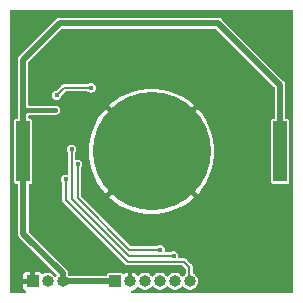
<source format=gbr>
%TF.GenerationSoftware,KiCad,Pcbnew,7.0.10*%
%TF.CreationDate,2026-02-12T12:37:37+08:00*%
%TF.ProjectId,NeepNeep-DAC-V2,4e656570-4e65-4657-902d-4441432d5632,V2*%
%TF.SameCoordinates,Original*%
%TF.FileFunction,Copper,L2,Bot*%
%TF.FilePolarity,Positive*%
%FSLAX46Y46*%
G04 Gerber Fmt 4.6, Leading zero omitted, Abs format (unit mm)*
G04 Created by KiCad (PCBNEW 7.0.10) date 2026-02-12 12:37:37*
%MOMM*%
%LPD*%
G01*
G04 APERTURE LIST*
%TA.AperFunction,ComponentPad*%
%ADD10R,1.000000X1.000000*%
%TD*%
%TA.AperFunction,ComponentPad*%
%ADD11O,1.000000X1.000000*%
%TD*%
%TA.AperFunction,SMDPad,CuDef*%
%ADD12R,1.150000X5.080000*%
%TD*%
%TA.AperFunction,SMDPad,CuDef*%
%ADD13C,10.000000*%
%TD*%
%TA.AperFunction,ViaPad*%
%ADD14C,0.400000*%
%TD*%
%TA.AperFunction,Conductor*%
%ADD15C,0.200000*%
%TD*%
%TA.AperFunction,Conductor*%
%ADD16C,0.400000*%
%TD*%
%TA.AperFunction,Conductor*%
%ADD17C,0.500000*%
%TD*%
G04 APERTURE END LIST*
D10*
%TO.P,J1,1,Pin_1*%
%TO.N,3.3v*%
X-3099000Y-10998000D03*
D11*
%TO.P,J1,2,Pin_2*%
%TO.N,GND*%
X-1829000Y-10998000D03*
%TO.P,J1,3,Pin_3*%
%TO.N,PB3*%
X-559000Y-10998000D03*
%TO.P,J1,4,Pin_4*%
%TO.N,PB1{slash}MISO*%
X711000Y-10998000D03*
%TO.P,J1,5,Pin_5*%
%TO.N,PB0{slash}MOSI*%
X1981000Y-10998000D03*
%TO.P,J1,6,Pin_6*%
%TO.N,PB2{slash}SCK*%
X3251000Y-10998000D03*
%TD*%
D10*
%TO.P,J2,1,Pin_1*%
%TO.N,GND*%
X-10084000Y-10998000D03*
D11*
%TO.P,J2,2,Pin_2*%
%TO.N,PB5{slash}RESET*%
X-8814000Y-10998000D03*
%TO.P,J2,3,Pin_3*%
%TO.N,3.3v*%
X-7544000Y-10998000D03*
%TD*%
D12*
%TO.P,BT1,1,+*%
%TO.N,3.3v*%
X10875000Y0D03*
X-10875000Y0D03*
D13*
%TO.P,BT1,2,-*%
%TO.N,GND*%
X0Y0D03*
%TD*%
D14*
%TO.N,GND*%
X-7671000Y-457000D03*
X-5131000Y2591000D03*
X10998000Y-11633000D03*
X11600000Y-10998000D03*
X10871000Y11481000D03*
X8585000Y559000D03*
X-7671000Y1956000D03*
%TO.N,3.3v*%
X-686000Y10850000D03*
%TO.N,PB1{slash}MISO*%
X-6274000Y-1092000D03*
X711000Y-8331000D03*
%TO.N,PB2{slash}SCK*%
X-8052000Y4750000D03*
X-5131000Y5385000D03*
%TO.N,PB0{slash}MOSI*%
X-6782000Y178000D03*
X1854000Y-8839000D03*
%TO.N,3.3v*%
X-8179000Y3480000D03*
X-10850000Y-5537000D03*
%TO.N,GND*%
X-11200000Y10350000D03*
X11506000Y10719000D03*
X1100000Y-2800000D03*
X11600000Y-11633000D03*
X6299000Y7036000D03*
X2050000Y8850000D03*
X2489000Y2591000D03*
X-11200000Y11400000D03*
X11506000Y11481000D03*
%TO.N,3.3v*%
X-2464000Y10850000D03*
X5283000Y10846000D03*
%TO.N,PB2{slash}SCK*%
X-7282000Y-2362000D03*
%TD*%
D15*
%TO.N,PB2{slash}SCK*%
X2746500Y-9350500D02*
X3175000Y-9779000D01*
X-2010186Y-9350500D02*
X2746500Y-9350500D01*
X3175000Y-9779000D02*
X3175000Y-11000000D01*
X-7282000Y-4078686D02*
X-2010186Y-9350500D01*
X-7282000Y-2362000D02*
X-7282000Y-4078686D01*
%TO.N,PB1{slash}MISO*%
X-1898314Y-8331000D02*
X711000Y-8331000D01*
X-6274000Y-3955314D02*
X-1898314Y-8331000D01*
X-6274000Y-1092000D02*
X-6274000Y-3955314D01*
%TO.N,PB0{slash}MOSI*%
X-1956000Y-8839000D02*
X1854000Y-8839000D01*
X-6782000Y-4013000D02*
X-1956000Y-8839000D01*
X-6782000Y178000D02*
X-6782000Y-4013000D01*
%TO.N,PB2{slash}SCK*%
X-8052000Y4750000D02*
X-7417000Y5385000D01*
X-7417000Y5385000D02*
X-5131000Y5385000D01*
D16*
%TO.N,3.3v*%
X-10645000Y3480000D02*
X-10831250Y3293750D01*
X-8179000Y3480000D02*
X-10645000Y3480000D01*
D15*
X-10831250Y3293750D02*
X-10875000Y3250000D01*
D17*
X-7544000Y-10290894D02*
X-10850000Y-6984894D01*
X-10850000Y-6984894D02*
X-10850000Y-5537000D01*
X-7544000Y-10998000D02*
X-7544000Y-10290894D01*
X-6528000Y-10998000D02*
X-7544000Y-10998000D01*
X-6528000Y-10998000D02*
X-3177000Y-10998000D01*
X-686000Y10850000D02*
X4013000Y10850000D01*
X-1350000Y10850000D02*
X-686000Y10850000D01*
X-7794000Y10850000D02*
X-1350000Y10850000D01*
X-10875000Y7769000D02*
X-7794000Y10850000D01*
X-10875000Y3250000D02*
X-10875000Y7769000D01*
X-10850000Y-25000D02*
X-10850000Y-5537000D01*
X-3177000Y-10998000D02*
X-3175000Y-11000000D01*
X-10875000Y0D02*
X-10850000Y-25000D01*
X10875000Y5625000D02*
X10875000Y0D01*
X5650000Y10850000D02*
X10875000Y5625000D01*
X-10875000Y0D02*
X-10875000Y3250000D01*
X4013000Y10850000D02*
X5650000Y10850000D01*
%TD*%
%TA.AperFunction,Conductor*%
%TO.N,GND*%
G36*
X11933691Y11955593D02*
G01*
X11969655Y11906093D01*
X11974500Y11875500D01*
X11974500Y-11875500D01*
X11955593Y-11933691D01*
X11906093Y-11969655D01*
X11875500Y-11974500D01*
X-1614811Y-11974500D01*
X-1673002Y-11955593D01*
X-1708966Y-11906093D01*
X-1708966Y-11844907D01*
X-1673002Y-11795407D01*
X-1647509Y-11782056D01*
X-1479698Y-11723336D01*
X-1327056Y-11627425D01*
X-1195646Y-11496016D01*
X-1193908Y-11497754D01*
X-1151165Y-11469494D01*
X-1090039Y-11472192D01*
X-1059106Y-11490803D01*
X-959852Y-11578734D01*
X-809225Y-11657790D01*
X-644056Y-11698500D01*
X-644053Y-11698500D01*
X-473947Y-11698500D01*
X-473944Y-11698500D01*
X-308775Y-11657790D01*
X-158148Y-11578734D01*
X-30817Y-11465929D01*
X-5475Y-11429214D01*
X43141Y-11392065D01*
X104308Y-11390587D01*
X154663Y-11425344D01*
X157475Y-11429215D01*
X182813Y-11465924D01*
X182816Y-11465927D01*
X182817Y-11465929D01*
X310148Y-11578734D01*
X460775Y-11657790D01*
X625944Y-11698500D01*
X625947Y-11698500D01*
X796053Y-11698500D01*
X796056Y-11698500D01*
X961225Y-11657790D01*
X1111852Y-11578734D01*
X1239183Y-11465929D01*
X1264525Y-11429214D01*
X1313141Y-11392065D01*
X1374308Y-11390587D01*
X1424663Y-11425344D01*
X1427475Y-11429215D01*
X1452813Y-11465924D01*
X1452816Y-11465927D01*
X1452817Y-11465929D01*
X1580148Y-11578734D01*
X1730775Y-11657790D01*
X1895944Y-11698500D01*
X1895947Y-11698500D01*
X2066053Y-11698500D01*
X2066056Y-11698500D01*
X2231225Y-11657790D01*
X2381852Y-11578734D01*
X2509183Y-11465929D01*
X2534525Y-11429214D01*
X2583141Y-11392065D01*
X2644308Y-11390587D01*
X2694663Y-11425344D01*
X2697475Y-11429215D01*
X2722813Y-11465924D01*
X2722816Y-11465927D01*
X2722817Y-11465929D01*
X2850148Y-11578734D01*
X3000775Y-11657790D01*
X3165944Y-11698500D01*
X3165947Y-11698500D01*
X3336053Y-11698500D01*
X3336056Y-11698500D01*
X3501225Y-11657790D01*
X3651852Y-11578734D01*
X3779183Y-11465929D01*
X3875818Y-11325930D01*
X3936140Y-11166872D01*
X3956645Y-10998000D01*
X3936140Y-10829128D01*
X3875818Y-10670070D01*
X3779183Y-10530071D01*
X3778686Y-10529631D01*
X3701500Y-10461250D01*
X3651852Y-10417266D01*
X3559078Y-10368574D01*
X3528491Y-10352520D01*
X3485753Y-10308735D01*
X3475500Y-10264860D01*
X3475500Y-9844172D01*
X3477731Y-9830495D01*
X3476506Y-9830325D01*
X3477774Y-9821233D01*
X3475606Y-9774336D01*
X3475500Y-9769764D01*
X3475500Y-9751160D01*
X3475500Y-9751156D01*
X3475479Y-9751046D01*
X3473900Y-9737443D01*
X3472586Y-9709009D01*
X3468615Y-9700018D01*
X3461864Y-9678217D01*
X3460061Y-9668567D01*
X3445086Y-9644383D01*
X3438697Y-9632261D01*
X3437768Y-9630156D01*
X3427206Y-9606235D01*
X3427204Y-9606233D01*
X3427204Y-9606232D01*
X3420256Y-9599284D01*
X3406090Y-9581399D01*
X3400919Y-9573048D01*
X3378221Y-9555907D01*
X3367879Y-9546908D01*
X3005065Y-9184094D01*
X2996979Y-9172844D01*
X2995987Y-9173594D01*
X2990458Y-9166272D01*
X2955772Y-9134651D01*
X2952468Y-9131496D01*
X2939300Y-9118328D01*
X2939296Y-9118325D01*
X2939193Y-9118255D01*
X2928462Y-9109755D01*
X2907433Y-9090584D01*
X2898262Y-9087031D01*
X2878086Y-9076395D01*
X2869984Y-9070845D01*
X2869979Y-9070843D01*
X2842297Y-9064332D01*
X2829203Y-9060277D01*
X2802677Y-9050000D01*
X2802673Y-9050000D01*
X2792848Y-9050000D01*
X2770183Y-9047370D01*
X2760619Y-9045121D01*
X2760618Y-9045121D01*
X2732446Y-9049051D01*
X2718769Y-9050000D01*
X2341987Y-9050000D01*
X2283796Y-9031093D01*
X2247832Y-8981593D01*
X2244206Y-8935513D01*
X2259492Y-8839000D01*
X2259492Y-8838999D01*
X2256778Y-8821866D01*
X2239646Y-8713696D01*
X2182050Y-8600658D01*
X2092342Y-8510950D01*
X2088406Y-8508944D01*
X1979307Y-8453355D01*
X1979304Y-8453354D01*
X1854000Y-8433508D01*
X1728696Y-8453354D01*
X1728692Y-8453355D01*
X1615658Y-8510950D01*
X1609353Y-8515531D01*
X1608251Y-8514014D01*
X1562588Y-8537281D01*
X1547101Y-8538500D01*
X1199541Y-8538500D01*
X1141350Y-8519593D01*
X1105386Y-8470093D01*
X1101760Y-8424013D01*
X1116492Y-8331000D01*
X1116492Y-8330999D01*
X1113778Y-8313866D01*
X1096646Y-8205696D01*
X1039050Y-8092658D01*
X949342Y-8002950D01*
X945406Y-8000944D01*
X836307Y-7945355D01*
X836304Y-7945354D01*
X711000Y-7925508D01*
X585696Y-7945354D01*
X585692Y-7945355D01*
X472658Y-8002950D01*
X466353Y-8007531D01*
X465251Y-8006014D01*
X419588Y-8029281D01*
X404101Y-8030500D01*
X-1732834Y-8030500D01*
X-1791025Y-8011593D01*
X-1802838Y-8001504D01*
X-5917860Y-3886482D01*
X-3603640Y-3886482D01*
X-3410021Y-4063902D01*
X-3042858Y-4345637D01*
X-2652518Y-4594311D01*
X-2652514Y-4594313D01*
X-2242026Y-4808000D01*
X-2242020Y-4808002D01*
X-1814442Y-4985112D01*
X-1373050Y-5124284D01*
X-1373045Y-5124285D01*
X-921217Y-5224452D01*
X-462363Y-5284862D01*
X0Y-5305048D01*
X462362Y-5284862D01*
X921216Y-5224452D01*
X1373044Y-5124285D01*
X1373049Y-5124284D01*
X1814441Y-4985112D01*
X2242019Y-4808002D01*
X2242025Y-4808000D01*
X2652513Y-4594313D01*
X2652517Y-4594311D01*
X3042857Y-4345637D01*
X3410020Y-4063902D01*
X3603638Y-3886481D01*
X0Y-282843D01*
X-3603640Y-3886482D01*
X-5917860Y-3886482D01*
X-5944504Y-3859838D01*
X-5972281Y-3805321D01*
X-5973500Y-3789834D01*
X-5973500Y-1398899D01*
X-5954593Y-1340708D01*
X-5947150Y-1331992D01*
X-5945957Y-1330348D01*
X-5945950Y-1330342D01*
X-5888354Y-1217304D01*
X-5868508Y-1092000D01*
X-5888354Y-966696D01*
X-5945950Y-853658D01*
X-6035658Y-763950D01*
X-6066500Y-748235D01*
X-6148693Y-706355D01*
X-6148696Y-706354D01*
X-6274000Y-686508D01*
X-6274002Y-686508D01*
X-6367014Y-701239D01*
X-6427446Y-691667D01*
X-6470710Y-648402D01*
X-6481500Y-603458D01*
X-6481500Y-128899D01*
X-6462593Y-70708D01*
X-6455150Y-61992D01*
X-6453957Y-60348D01*
X-6453950Y-60342D01*
X-6423204Y0D01*
X-5305049Y0D01*
X-5284863Y-462362D01*
X-5224453Y-921216D01*
X-5124286Y-1373044D01*
X-5124285Y-1373049D01*
X-4985113Y-1814441D01*
X-4808003Y-2242019D01*
X-4808001Y-2242025D01*
X-4594314Y-2652513D01*
X-4594312Y-2652517D01*
X-4345638Y-3042857D01*
X-4063903Y-3410020D01*
X-3886484Y-3603638D01*
X-282846Y0D01*
X282843Y0D01*
X3886481Y-3603638D01*
X4063902Y-3410020D01*
X4345637Y-3042857D01*
X4594311Y-2652517D01*
X4594313Y-2652513D01*
X4808000Y-2242025D01*
X4808002Y-2242019D01*
X4985112Y-1814441D01*
X5124284Y-1373049D01*
X5124285Y-1373044D01*
X5224452Y-921216D01*
X5284862Y-462362D01*
X5305048Y0D01*
X5284862Y462363D01*
X5224452Y921217D01*
X5124285Y1373045D01*
X5124284Y1373050D01*
X4985112Y1814442D01*
X4808002Y2242020D01*
X4808000Y2242026D01*
X4594313Y2652512D01*
X4594311Y2652517D01*
X4345635Y3042861D01*
X4345632Y3042864D01*
X4063902Y3410021D01*
X3886482Y3603640D01*
X282843Y0D01*
X-282846Y0D01*
X-282845Y1D01*
X-3886484Y3603640D01*
X-4063897Y3410029D01*
X-4063900Y3410025D01*
X-4345633Y3042864D01*
X-4345636Y3042861D01*
X-4594312Y2652517D01*
X-4594314Y2652512D01*
X-4808001Y2242026D01*
X-4808003Y2242020D01*
X-4985113Y1814442D01*
X-5124285Y1373050D01*
X-5124286Y1373045D01*
X-5224453Y921217D01*
X-5284863Y462363D01*
X-5305049Y0D01*
X-6423204Y0D01*
X-6396354Y52696D01*
X-6376508Y178000D01*
X-6396354Y303304D01*
X-6453950Y416342D01*
X-6543658Y506050D01*
X-6547594Y508056D01*
X-6656693Y563645D01*
X-6656696Y563646D01*
X-6782000Y583492D01*
X-6907304Y563646D01*
X-6907308Y563645D01*
X-7020341Y506051D01*
X-7110051Y416341D01*
X-7167645Y303308D01*
X-7167646Y303304D01*
X-7187492Y178001D01*
X-7187492Y178000D01*
X-7167646Y52697D01*
X-7167645Y52693D01*
X-7140796Y1D01*
X-7110050Y-60342D01*
X-7110048Y-60344D01*
X-7105469Y-66647D01*
X-7106986Y-67748D01*
X-7083719Y-113412D01*
X-7082500Y-128899D01*
X-7082500Y-1872191D01*
X-7101407Y-1930382D01*
X-7150907Y-1966346D01*
X-7196986Y-1969972D01*
X-7281998Y-1956508D01*
X-7282000Y-1956508D01*
X-7407304Y-1976354D01*
X-7407308Y-1976355D01*
X-7520341Y-2033949D01*
X-7610051Y-2123659D01*
X-7667645Y-2236692D01*
X-7667646Y-2236696D01*
X-7687492Y-2361999D01*
X-7687492Y-2362000D01*
X-7667646Y-2487303D01*
X-7667645Y-2487307D01*
X-7638319Y-2544861D01*
X-7610050Y-2600342D01*
X-7610048Y-2600344D01*
X-7605469Y-2606647D01*
X-7606986Y-2607748D01*
X-7583719Y-2653412D01*
X-7582500Y-2668899D01*
X-7582500Y-4013521D01*
X-7584720Y-4027199D01*
X-7583506Y-4027369D01*
X-7584774Y-4036452D01*
X-7582606Y-4083327D01*
X-7582500Y-4087899D01*
X-7582500Y-4106530D01*
X-7582478Y-4106652D01*
X-7580899Y-4120263D01*
X-7579586Y-4148673D01*
X-7579585Y-4148680D01*
X-7575616Y-4157668D01*
X-7568868Y-4179458D01*
X-7567061Y-4189119D01*
X-7558191Y-4203446D01*
X-7552088Y-4213303D01*
X-7545699Y-4225424D01*
X-7534206Y-4251451D01*
X-7527255Y-4258402D01*
X-7513093Y-4276282D01*
X-7507919Y-4284638D01*
X-7485219Y-4301780D01*
X-7474883Y-4310774D01*
X-2268750Y-9516907D01*
X-2260649Y-9528147D01*
X-2259670Y-9527409D01*
X-2254142Y-9534730D01*
X-2219462Y-9566345D01*
X-2216154Y-9569503D01*
X-2202983Y-9582674D01*
X-2202891Y-9582737D01*
X-2192144Y-9591250D01*
X-2171122Y-9610414D01*
X-2171121Y-9610414D01*
X-2171119Y-9610416D01*
X-2161961Y-9613963D01*
X-2141774Y-9624603D01*
X-2133667Y-9630157D01*
X-2105976Y-9636669D01*
X-2092891Y-9640721D01*
X-2066359Y-9651000D01*
X-2056534Y-9651000D01*
X-2033870Y-9653629D01*
X-2024305Y-9655879D01*
X-1999228Y-9652380D01*
X-1996132Y-9651949D01*
X-1982455Y-9651000D01*
X2581021Y-9651000D01*
X2639212Y-9669907D01*
X2651025Y-9679996D01*
X2845504Y-9874475D01*
X2873281Y-9928992D01*
X2874500Y-9944479D01*
X2874500Y-10351136D01*
X2855593Y-10409327D01*
X2841151Y-10425235D01*
X2800500Y-10461250D01*
X2722818Y-10530069D01*
X2722816Y-10530072D01*
X2697475Y-10566785D01*
X2648858Y-10603934D01*
X2587690Y-10605412D01*
X2537336Y-10570654D01*
X2534525Y-10566785D01*
X2520740Y-10546814D01*
X2509183Y-10530071D01*
X2508686Y-10529631D01*
X2422416Y-10453202D01*
X2381852Y-10417266D01*
X2231225Y-10338210D01*
X2231224Y-10338209D01*
X2231223Y-10338209D01*
X2066058Y-10297500D01*
X2066056Y-10297500D01*
X1895944Y-10297500D01*
X1895941Y-10297500D01*
X1730776Y-10338209D01*
X1580146Y-10417267D01*
X1452818Y-10530069D01*
X1452816Y-10530072D01*
X1427475Y-10566785D01*
X1378858Y-10603934D01*
X1317690Y-10605412D01*
X1267336Y-10570654D01*
X1264525Y-10566785D01*
X1250740Y-10546814D01*
X1239183Y-10530071D01*
X1238686Y-10529631D01*
X1152416Y-10453202D01*
X1111852Y-10417266D01*
X961225Y-10338210D01*
X961224Y-10338209D01*
X961223Y-10338209D01*
X796058Y-10297500D01*
X796056Y-10297500D01*
X625944Y-10297500D01*
X625941Y-10297500D01*
X460776Y-10338209D01*
X310146Y-10417267D01*
X182818Y-10530069D01*
X182816Y-10530072D01*
X157475Y-10566785D01*
X108858Y-10603934D01*
X47690Y-10605412D01*
X-2664Y-10570654D01*
X-5475Y-10566785D01*
X-19260Y-10546814D01*
X-30817Y-10530071D01*
X-31314Y-10529631D01*
X-117584Y-10453202D01*
X-158148Y-10417266D01*
X-308775Y-10338210D01*
X-308776Y-10338209D01*
X-308777Y-10338209D01*
X-473942Y-10297500D01*
X-473944Y-10297500D01*
X-644056Y-10297500D01*
X-644059Y-10297500D01*
X-809224Y-10338209D01*
X-959854Y-10417267D01*
X-1059106Y-10505196D01*
X-1115201Y-10529631D01*
X-1174945Y-10516428D01*
X-1194831Y-10499168D01*
X-1195646Y-10499984D01*
X-1327056Y-10368574D01*
X-1479694Y-10272665D01*
X-1629000Y-10220421D01*
X-1629000Y-10738192D01*
X-1716129Y-10687888D01*
X-1800564Y-10673000D01*
X-1857436Y-10673000D01*
X-1941871Y-10687888D01*
X-2029000Y-10738192D01*
X-2029000Y-10220421D01*
X-2178307Y-10272666D01*
X-2330653Y-10368391D01*
X-2389984Y-10383341D01*
X-2446771Y-10360562D01*
X-2453328Y-10354569D01*
X-2454446Y-10353451D01*
X-2454448Y-10353448D01*
X-2454946Y-10353115D01*
X-2520767Y-10309134D01*
X-2520769Y-10309133D01*
X-2520772Y-10309132D01*
X-2520773Y-10309132D01*
X-2579242Y-10297501D01*
X-2579252Y-10297500D01*
X-3618748Y-10297500D01*
X-3618749Y-10297500D01*
X-3618759Y-10297501D01*
X-3677228Y-10309132D01*
X-3677234Y-10309134D01*
X-3743549Y-10353445D01*
X-3743555Y-10353451D01*
X-3787866Y-10419766D01*
X-3787868Y-10419772D01*
X-3797425Y-10467816D01*
X-3827322Y-10521199D01*
X-3882888Y-10546814D01*
X-3894522Y-10547500D01*
X-6958598Y-10547500D01*
X-7016789Y-10528593D01*
X-7024248Y-10522602D01*
X-7025832Y-10521199D01*
X-7035042Y-10513040D01*
X-7060150Y-10490795D01*
X-7091168Y-10438055D01*
X-7093500Y-10416693D01*
X-7093500Y-10321756D01*
X-7092878Y-10310673D01*
X-7092705Y-10309134D01*
X-7088730Y-10273859D01*
X-7095351Y-10238869D01*
X-7099447Y-10217220D01*
X-7100067Y-10213569D01*
X-7108652Y-10156609D01*
X-7108652Y-10156607D01*
X-7108654Y-10156603D01*
X-7110840Y-10149516D01*
X-7110418Y-10149385D01*
X-7111110Y-10147282D01*
X-7111526Y-10147428D01*
X-7113978Y-10140420D01*
X-7115808Y-10136958D01*
X-7140929Y-10089427D01*
X-7142556Y-10086206D01*
X-7167575Y-10034252D01*
X-7167577Y-10034250D01*
X-7171753Y-10028124D01*
X-7171390Y-10027876D01*
X-7172676Y-10026062D01*
X-7173030Y-10026324D01*
X-7177433Y-10020359D01*
X-7177434Y-10020356D01*
X-7177437Y-10020353D01*
X-7218201Y-9979588D01*
X-7220770Y-9976921D01*
X-7259941Y-9934704D01*
X-7259943Y-9934703D01*
X-7259945Y-9934700D01*
X-7259949Y-9934697D01*
X-7265741Y-9930079D01*
X-7265467Y-9929734D01*
X-7276600Y-9921190D01*
X-10370504Y-6827286D01*
X-10398281Y-6772769D01*
X-10399500Y-6757282D01*
X-10399500Y-2839500D01*
X-10380593Y-2781309D01*
X-10331093Y-2745345D01*
X-10300500Y-2740500D01*
X-10280253Y-2740500D01*
X-10280252Y-2740500D01*
X-10221769Y-2728867D01*
X-10155448Y-2684552D01*
X-10111133Y-2618231D01*
X-10099500Y-2559748D01*
X-10099500Y2559748D01*
X-10111133Y2618231D01*
X-10155448Y2684552D01*
X-10155452Y2684555D01*
X-10221767Y2728866D01*
X-10221769Y2728867D01*
X-10221772Y2728868D01*
X-10221773Y2728868D01*
X-10280242Y2740499D01*
X-10280252Y2740500D01*
X-10280253Y2740500D01*
X-10325500Y2740500D01*
X-10383691Y2759407D01*
X-10419655Y2808907D01*
X-10424500Y2839500D01*
X-10424500Y2980500D01*
X-10405593Y3038691D01*
X-10356093Y3074655D01*
X-10325500Y3079500D01*
X-8218309Y3079500D01*
X-8202823Y3078282D01*
X-8179000Y3074508D01*
X-8053696Y3094354D01*
X-7940658Y3151950D01*
X-7850950Y3241658D01*
X-7793354Y3354696D01*
X-7773508Y3480000D01*
X-7793354Y3605304D01*
X-7850950Y3718342D01*
X-7940658Y3808050D01*
X-7944594Y3810056D01*
X-8053693Y3865645D01*
X-8053696Y3865646D01*
X-8179000Y3885492D01*
X-8202822Y3881719D01*
X-8218309Y3880500D01*
X-10325500Y3880500D01*
X-10343917Y3886484D01*
X-3603640Y3886484D01*
X-1Y282845D01*
X3603638Y3886484D01*
X3410020Y4063903D01*
X3042857Y4345638D01*
X2652517Y4594312D01*
X2652513Y4594314D01*
X2242025Y4808001D01*
X2242019Y4808003D01*
X1814441Y4985113D01*
X1373049Y5124285D01*
X1373044Y5124286D01*
X921216Y5224453D01*
X462362Y5284863D01*
X0Y5305049D01*
X-462363Y5284863D01*
X-921217Y5224453D01*
X-1373045Y5124286D01*
X-1373050Y5124285D01*
X-1814442Y4985113D01*
X-2242020Y4808003D01*
X-2242026Y4808001D01*
X-2652512Y4594314D01*
X-2652517Y4594312D01*
X-3042861Y4345636D01*
X-3042864Y4345633D01*
X-3410025Y4063900D01*
X-3410029Y4063897D01*
X-3603640Y3886484D01*
X-10343917Y3886484D01*
X-10383691Y3899407D01*
X-10419655Y3948907D01*
X-10424500Y3979500D01*
X-10424500Y4750000D01*
X-8457492Y4750000D01*
X-8437646Y4624697D01*
X-8437645Y4624693D01*
X-8422166Y4594314D01*
X-8380050Y4511658D01*
X-8290342Y4421950D01*
X-8177304Y4364354D01*
X-8052000Y4344508D01*
X-7926696Y4364354D01*
X-7813658Y4421950D01*
X-7723950Y4511658D01*
X-7666354Y4624696D01*
X-7655206Y4695085D01*
X-7627429Y4749600D01*
X-7627428Y4749601D01*
X-7321524Y5055504D01*
X-7267008Y5083281D01*
X-7251521Y5084500D01*
X-5437899Y5084500D01*
X-5379708Y5065593D01*
X-5370993Y5058150D01*
X-5369346Y5056954D01*
X-5369342Y5056950D01*
X-5256304Y4999354D01*
X-5131000Y4979508D01*
X-5005696Y4999354D01*
X-4892658Y5056950D01*
X-4802950Y5146658D01*
X-4745354Y5259696D01*
X-4725508Y5385000D01*
X-4745354Y5510304D01*
X-4802950Y5623342D01*
X-4892658Y5713050D01*
X-4896594Y5715056D01*
X-5005693Y5770645D01*
X-5005696Y5770646D01*
X-5131000Y5790492D01*
X-5256304Y5770646D01*
X-5256308Y5770645D01*
X-5369342Y5713050D01*
X-5375647Y5708469D01*
X-5376749Y5709986D01*
X-5422412Y5686719D01*
X-5437899Y5685500D01*
X-7351835Y5685500D01*
X-7365511Y5687733D01*
X-7365682Y5686506D01*
X-7374766Y5687774D01*
X-7421641Y5685606D01*
X-7426213Y5685500D01*
X-7444848Y5685500D01*
X-7444971Y5685477D01*
X-7458581Y5683899D01*
X-7486989Y5682586D01*
X-7486993Y5682585D01*
X-7495987Y5678614D01*
X-7517772Y5671868D01*
X-7527429Y5670063D01*
X-7527435Y5670061D01*
X-7551619Y5655087D01*
X-7563741Y5648698D01*
X-7589762Y5637208D01*
X-7589769Y5637204D01*
X-7596714Y5630258D01*
X-7614594Y5616095D01*
X-7622952Y5610920D01*
X-7640093Y5588222D01*
X-7649091Y5577882D01*
X-8052401Y5174572D01*
X-8106917Y5146795D01*
X-8177306Y5135646D01*
X-8290341Y5078051D01*
X-8380051Y4988341D01*
X-8437645Y4875308D01*
X-8437646Y4875304D01*
X-8457492Y4750001D01*
X-8457492Y4750000D01*
X-10424500Y4750000D01*
X-10424500Y7541389D01*
X-10405593Y7599580D01*
X-10395504Y7611393D01*
X-7636393Y10370504D01*
X-7581876Y10398281D01*
X-7566389Y10399500D01*
X-1417902Y10399500D01*
X-753902Y10399500D01*
X3945098Y10399500D01*
X5422388Y10399500D01*
X5480579Y10380593D01*
X5492392Y10370504D01*
X10395504Y5467393D01*
X10423281Y5412876D01*
X10424500Y5397389D01*
X10424500Y2839500D01*
X10405593Y2781309D01*
X10356093Y2745345D01*
X10325500Y2740500D01*
X10280252Y2740500D01*
X10280251Y2740500D01*
X10280241Y2740499D01*
X10221772Y2728868D01*
X10221766Y2728866D01*
X10155451Y2684555D01*
X10155445Y2684549D01*
X10111134Y2618234D01*
X10111132Y2618228D01*
X10099501Y2559759D01*
X10099500Y2559747D01*
X10099500Y-2559746D01*
X10099501Y-2559758D01*
X10111132Y-2618227D01*
X10111134Y-2618233D01*
X10155445Y-2684548D01*
X10155448Y-2684552D01*
X10221769Y-2728867D01*
X10266231Y-2737711D01*
X10280241Y-2740498D01*
X10280246Y-2740498D01*
X10280252Y-2740500D01*
X10280253Y-2740500D01*
X11469747Y-2740500D01*
X11469748Y-2740500D01*
X11528231Y-2728867D01*
X11594552Y-2684552D01*
X11638867Y-2618231D01*
X11650500Y-2559748D01*
X11650500Y2559748D01*
X11638867Y2618231D01*
X11594552Y2684552D01*
X11594548Y2684555D01*
X11528233Y2728866D01*
X11528231Y2728867D01*
X11528228Y2728868D01*
X11528227Y2728868D01*
X11469758Y2740499D01*
X11469748Y2740500D01*
X11469747Y2740500D01*
X11424500Y2740500D01*
X11366309Y2759407D01*
X11330345Y2808907D01*
X11325500Y2839500D01*
X11325500Y5594138D01*
X11326122Y5605221D01*
X11328028Y5622138D01*
X11330270Y5642035D01*
X11319552Y5698681D01*
X11318934Y5702322D01*
X11310348Y5759287D01*
X11310346Y5759291D01*
X11308160Y5766381D01*
X11308582Y5766512D01*
X11307892Y5768610D01*
X11307476Y5768464D01*
X11305024Y5775471D01*
X11305024Y5775472D01*
X11278066Y5826477D01*
X11276427Y5829724D01*
X11251425Y5881642D01*
X11251423Y5881644D01*
X11247247Y5887770D01*
X11247610Y5888018D01*
X11246324Y5889832D01*
X11245970Y5889570D01*
X11241567Y5895535D01*
X11241566Y5895538D01*
X11241563Y5895541D01*
X11200798Y5936307D01*
X11198229Y5938974D01*
X11159059Y5981190D01*
X11159057Y5981191D01*
X11159055Y5981194D01*
X11159051Y5981197D01*
X11153259Y5985815D01*
X11153533Y5986160D01*
X11142400Y5994704D01*
X5990366Y11146737D01*
X5982978Y11155005D01*
X5959879Y11183970D01*
X5912258Y11216438D01*
X5909241Y11218579D01*
X5862881Y11252794D01*
X5856322Y11256260D01*
X5856526Y11256648D01*
X5854544Y11257648D01*
X5854355Y11257254D01*
X5847670Y11260474D01*
X5792596Y11277462D01*
X5789082Y11278618D01*
X5734702Y11297645D01*
X5734701Y11297646D01*
X5734699Y11297646D01*
X5734696Y11297647D01*
X5727414Y11299024D01*
X5727495Y11299456D01*
X5725302Y11299829D01*
X5725237Y11299395D01*
X5717903Y11300500D01*
X5717902Y11300500D01*
X5660284Y11300500D01*
X5656583Y11300569D01*
X5621198Y11301893D01*
X5598990Y11302724D01*
X5598989Y11302724D01*
X5591615Y11301893D01*
X5591565Y11302332D01*
X5577656Y11300500D01*
X-7763136Y11300500D01*
X-7774219Y11301122D01*
X-7811034Y11305270D01*
X-7811035Y11305270D01*
X-7832958Y11301122D01*
X-7867663Y11294556D01*
X-7871310Y11293937D01*
X-7928287Y11285349D01*
X-7935372Y11283163D01*
X-7935502Y11283584D01*
X-7937611Y11282890D01*
X-7937466Y11282475D01*
X-7944470Y11280024D01*
X-7995438Y11253088D01*
X-7998738Y11251422D01*
X-8050644Y11226425D01*
X-8056771Y11222247D01*
X-8057016Y11222607D01*
X-8058832Y11221319D01*
X-8058573Y11220968D01*
X-8064542Y11216563D01*
X-8105280Y11175825D01*
X-8107944Y11173258D01*
X-8150198Y11134052D01*
X-8154821Y11128254D01*
X-8155165Y11128528D01*
X-8163703Y11117403D01*
X-11171735Y8109370D01*
X-11180012Y8101974D01*
X-11208970Y8078881D01*
X-11208971Y8078880D01*
X-11241444Y8031252D01*
X-11243584Y8028236D01*
X-11277793Y7981884D01*
X-11281258Y7975326D01*
X-11281647Y7975532D01*
X-11282650Y7973545D01*
X-11282254Y7973354D01*
X-11285474Y7966668D01*
X-11302464Y7911590D01*
X-11303620Y7908077D01*
X-11322645Y7853705D01*
X-11324024Y7846413D01*
X-11324456Y7846495D01*
X-11324829Y7844300D01*
X-11324395Y7844234D01*
X-11325500Y7836901D01*
X-11325500Y7779285D01*
X-11325569Y7775584D01*
X-11327724Y7717990D01*
X-11326893Y7710615D01*
X-11327332Y7710566D01*
X-11325500Y7696656D01*
X-11325500Y2839500D01*
X-11344407Y2781309D01*
X-11393907Y2745345D01*
X-11424500Y2740500D01*
X-11469748Y2740500D01*
X-11469749Y2740500D01*
X-11469759Y2740499D01*
X-11528228Y2728868D01*
X-11528234Y2728866D01*
X-11594549Y2684555D01*
X-11594555Y2684549D01*
X-11638866Y2618234D01*
X-11638868Y2618228D01*
X-11650499Y2559759D01*
X-11650500Y2559747D01*
X-11650500Y-2559746D01*
X-11650499Y-2559758D01*
X-11638868Y-2618227D01*
X-11638866Y-2618233D01*
X-11594555Y-2684548D01*
X-11594552Y-2684552D01*
X-11528231Y-2728867D01*
X-11483769Y-2737711D01*
X-11469759Y-2740498D01*
X-11469754Y-2740498D01*
X-11469748Y-2740500D01*
X-11399500Y-2740500D01*
X-11341309Y-2759407D01*
X-11305345Y-2808907D01*
X-11300500Y-2839500D01*
X-11300500Y-6954030D01*
X-11301122Y-6965113D01*
X-11305270Y-7001927D01*
X-11305270Y-7001932D01*
X-11294556Y-7058558D01*
X-11293936Y-7062206D01*
X-11285348Y-7119181D01*
X-11283160Y-7126275D01*
X-11283583Y-7126405D01*
X-11282891Y-7128507D01*
X-11282474Y-7128362D01*
X-11280025Y-7135362D01*
X-11253094Y-7186318D01*
X-11251426Y-7189622D01*
X-11226426Y-7241535D01*
X-11222247Y-7247664D01*
X-11222611Y-7247911D01*
X-11221323Y-7249725D01*
X-11220970Y-7249465D01*
X-11216566Y-7255432D01*
X-11175801Y-7296198D01*
X-11173232Y-7298865D01*
X-11134056Y-7341088D01*
X-11128257Y-7345712D01*
X-11128533Y-7346057D01*
X-11117400Y-7354598D01*
X-8076892Y-10395105D01*
X-8049115Y-10449622D01*
X-8058686Y-10510054D01*
X-8068906Y-10525057D01*
X-8068781Y-10525143D01*
X-8072181Y-10530069D01*
X-8072183Y-10530071D01*
X-8083740Y-10546814D01*
X-8097525Y-10566785D01*
X-8146142Y-10603934D01*
X-8207310Y-10605412D01*
X-8257664Y-10570654D01*
X-8260475Y-10566785D01*
X-8274260Y-10546814D01*
X-8285817Y-10530071D01*
X-8286314Y-10529631D01*
X-8372584Y-10453202D01*
X-8413148Y-10417266D01*
X-8563775Y-10338210D01*
X-8563776Y-10338209D01*
X-8563777Y-10338209D01*
X-8728942Y-10297500D01*
X-8728944Y-10297500D01*
X-8899056Y-10297500D01*
X-8899059Y-10297500D01*
X-9064224Y-10338209D01*
X-9183457Y-10400788D01*
X-9243769Y-10411089D01*
X-9298618Y-10383972D01*
X-9320030Y-10353115D01*
X-9332213Y-10325523D01*
X-9411523Y-10246213D01*
X-9514128Y-10200909D01*
X-9539203Y-10198000D01*
X-9883999Y-10198000D01*
X-9884000Y-10198001D01*
X-9884000Y-10738192D01*
X-9971129Y-10687888D01*
X-10055564Y-10673000D01*
X-10112436Y-10673000D01*
X-10196871Y-10687888D01*
X-10284000Y-10738192D01*
X-10284000Y-10198001D01*
X-10284001Y-10198000D01*
X-10628790Y-10198000D01*
X-10628793Y-10198001D01*
X-10653875Y-10200909D01*
X-10756478Y-10246213D01*
X-10835787Y-10325522D01*
X-10881091Y-10428127D01*
X-10884000Y-10453202D01*
X-10884000Y-10797999D01*
X-10883999Y-10798000D01*
X-10340438Y-10798000D01*
X-10369801Y-10832993D01*
X-10409000Y-10940694D01*
X-10409000Y-11055306D01*
X-10369801Y-11163007D01*
X-10340438Y-11198000D01*
X-10883998Y-11198000D01*
X-10883999Y-11198001D01*
X-10883999Y-11542791D01*
X-10881091Y-11567874D01*
X-10835787Y-11670477D01*
X-10756478Y-11749786D01*
X-10676873Y-11784935D01*
X-10631278Y-11825736D01*
X-10618372Y-11885545D01*
X-10643086Y-11941517D01*
X-10695979Y-11972273D01*
X-10716861Y-11974500D01*
X-11875500Y-11974500D01*
X-11933691Y-11955593D01*
X-11969655Y-11906093D01*
X-11974500Y-11875500D01*
X-11974500Y11875500D01*
X-11955593Y11933691D01*
X-11906093Y11969655D01*
X-11875500Y11974500D01*
X11875500Y11974500D01*
X11933691Y11955593D01*
G37*
%TD.AperFunction*%
%TD*%
M02*

</source>
